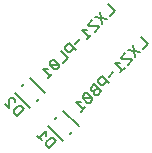
<source format=gbo>
G75*
%MOIN*%
%OFA0B0*%
%FSLAX25Y25*%
%IPPOS*%
%LPD*%
%AMOC8*
5,1,8,0,0,1.08239X$1,22.5*
%
%ADD10C,0.00500*%
%ADD11C,0.00700*%
D10*
X0359374Y0428772D02*
X0354363Y0433783D01*
X0356590Y0436011D02*
X0357147Y0436567D01*
X0359374Y0438794D02*
X0364385Y0433783D01*
X0362158Y0431556D02*
X0361601Y0431000D01*
X0350578Y0442023D02*
X0351134Y0442580D01*
X0353361Y0444807D02*
X0348350Y0449818D01*
X0346123Y0447591D02*
X0345567Y0447034D01*
X0343339Y0444807D02*
X0348350Y0439796D01*
D11*
X0353534Y0427451D02*
X0354701Y0426283D01*
X0357037Y0428619D01*
X0355869Y0429786D01*
X0355090Y0429786D01*
X0353534Y0428229D01*
X0353534Y0427451D01*
X0352097Y0428888D02*
X0350540Y0430445D01*
X0351318Y0429666D02*
X0353654Y0432002D01*
X0353654Y0430445D01*
X0346275Y0439365D02*
X0345107Y0440533D01*
X0344329Y0440533D01*
X0342772Y0438976D01*
X0342772Y0438197D01*
X0343939Y0437030D01*
X0346275Y0439365D01*
X0343281Y0441580D02*
X0343281Y0442359D01*
X0342503Y0443137D01*
X0341724Y0443137D01*
X0341335Y0442748D01*
X0341335Y0439634D01*
X0339778Y0441191D01*
X0354125Y0449562D02*
X0355682Y0451119D01*
X0354903Y0450340D02*
X0352568Y0452676D01*
X0354125Y0452676D01*
X0354783Y0454112D02*
X0357897Y0454112D01*
X0357897Y0453334D01*
X0357118Y0452555D01*
X0356340Y0452555D01*
X0354783Y0454112D01*
X0354783Y0454891D01*
X0355561Y0455669D01*
X0356340Y0455669D01*
X0357897Y0454112D01*
X0359334Y0454770D02*
X0360890Y0456327D01*
X0358555Y0458663D01*
X0359992Y0459321D02*
X0360770Y0458542D01*
X0361549Y0458542D01*
X0362716Y0459710D01*
X0363495Y0458932D02*
X0361159Y0461267D01*
X0359992Y0460099D01*
X0359992Y0459321D01*
X0363375Y0461147D02*
X0364931Y0462704D01*
X0367147Y0462583D02*
X0368704Y0464140D01*
X0367925Y0463362D02*
X0365590Y0465697D01*
X0367147Y0465697D01*
X0367805Y0467134D02*
X0370919Y0467134D01*
X0371308Y0466745D01*
X0369751Y0465188D01*
X0367805Y0467134D02*
X0367416Y0467523D01*
X0368973Y0469080D01*
X0370020Y0470128D02*
X0373912Y0469349D01*
X0374960Y0470397D02*
X0376517Y0471954D01*
X0374181Y0474289D01*
X0371577Y0471685D02*
X0372355Y0467792D01*
X0381044Y0459104D02*
X0384936Y0458326D01*
X0385983Y0459373D02*
X0387540Y0460930D01*
X0385205Y0463265D01*
X0382600Y0460661D02*
X0383379Y0456769D01*
X0382332Y0455721D02*
X0380775Y0454164D01*
X0379727Y0453117D02*
X0378170Y0451560D01*
X0378949Y0452338D02*
X0376613Y0454674D01*
X0378170Y0454674D01*
X0378828Y0456110D02*
X0381942Y0456110D01*
X0382332Y0455721D01*
X0379996Y0458057D02*
X0378439Y0456500D01*
X0378828Y0456110D01*
X0375955Y0451680D02*
X0374398Y0450123D01*
X0373740Y0448687D02*
X0372572Y0447519D01*
X0371794Y0447519D01*
X0371015Y0448297D01*
X0371015Y0449076D01*
X0372183Y0450244D01*
X0374518Y0447908D01*
X0371914Y0445304D02*
X0370746Y0444136D01*
X0369968Y0444136D01*
X0369579Y0444525D01*
X0369579Y0445304D01*
X0370746Y0446471D01*
X0369579Y0445304D02*
X0368800Y0445304D01*
X0368411Y0445693D01*
X0368411Y0446471D01*
X0369579Y0447639D01*
X0371914Y0445304D01*
X0368920Y0443089D02*
X0365807Y0443089D01*
X0367364Y0441532D01*
X0368142Y0441532D01*
X0368920Y0442310D01*
X0368920Y0443089D01*
X0367364Y0444646D01*
X0366585Y0444646D01*
X0365807Y0443867D01*
X0365807Y0443089D01*
X0365148Y0441652D02*
X0363591Y0441652D01*
X0365927Y0439316D01*
X0366705Y0440095D02*
X0365148Y0438538D01*
M02*

</source>
